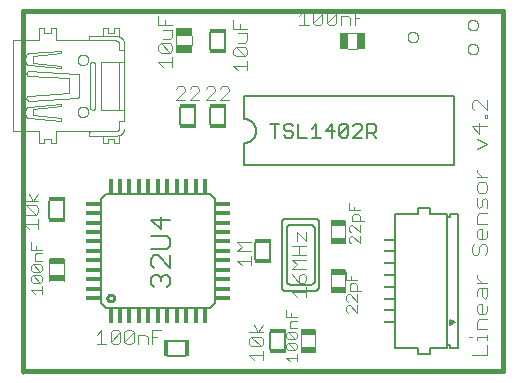
<source format=gto>
G75*
%MOIN*%
%OFA0B0*%
%FSLAX25Y25*%
%IPPOS*%
%LPD*%
%AMOC8*
5,1,8,0,0,1.08239X$1,22.5*
%
%ADD10C,0.00000*%
%ADD11C,0.01600*%
%ADD12C,0.00400*%
%ADD13R,0.05118X0.01969*%
%ADD14C,0.00300*%
%ADD15C,0.00600*%
%ADD16R,0.05600X0.01400*%
%ADD17R,0.01400X0.05600*%
%ADD18C,0.00800*%
%ADD19C,0.01000*%
%ADD20R,0.01574X0.04528*%
%ADD21R,0.01575X0.04528*%
%ADD22R,0.01575X0.04528*%
%ADD23R,0.04528X0.01574*%
%ADD24R,0.04528X0.01575*%
%ADD25R,0.04528X0.01575*%
%ADD26C,0.00500*%
%ADD27R,0.05709X0.02953*%
%ADD28R,0.02953X0.05709*%
%ADD29R,0.03346X0.00787*%
D10*
X0004500Y0001000D02*
X0004500Y0002000D01*
X0022728Y0088339D02*
X0022730Y0088423D01*
X0022736Y0088506D01*
X0022746Y0088589D01*
X0022760Y0088672D01*
X0022777Y0088754D01*
X0022799Y0088835D01*
X0022824Y0088914D01*
X0022853Y0088993D01*
X0022886Y0089070D01*
X0022922Y0089145D01*
X0022962Y0089219D01*
X0023005Y0089291D01*
X0023052Y0089360D01*
X0023102Y0089427D01*
X0023155Y0089492D01*
X0023211Y0089554D01*
X0023269Y0089614D01*
X0023331Y0089671D01*
X0023395Y0089724D01*
X0023462Y0089775D01*
X0023531Y0089822D01*
X0023602Y0089867D01*
X0023675Y0089907D01*
X0023750Y0089944D01*
X0023827Y0089978D01*
X0023905Y0090008D01*
X0023984Y0090034D01*
X0024065Y0090057D01*
X0024147Y0090075D01*
X0024229Y0090090D01*
X0024312Y0090101D01*
X0024395Y0090108D01*
X0024479Y0090111D01*
X0024563Y0090110D01*
X0024646Y0090105D01*
X0024730Y0090096D01*
X0024812Y0090083D01*
X0024894Y0090067D01*
X0024975Y0090046D01*
X0025056Y0090022D01*
X0025134Y0089994D01*
X0025212Y0089962D01*
X0025288Y0089926D01*
X0025362Y0089887D01*
X0025434Y0089845D01*
X0025504Y0089799D01*
X0025572Y0089750D01*
X0025637Y0089698D01*
X0025700Y0089643D01*
X0025760Y0089585D01*
X0025818Y0089524D01*
X0025872Y0089460D01*
X0025924Y0089394D01*
X0025972Y0089326D01*
X0026017Y0089255D01*
X0026058Y0089182D01*
X0026097Y0089108D01*
X0026131Y0089032D01*
X0026162Y0088954D01*
X0026189Y0088875D01*
X0026213Y0088794D01*
X0026232Y0088713D01*
X0026248Y0088631D01*
X0026260Y0088548D01*
X0026268Y0088464D01*
X0026272Y0088381D01*
X0026272Y0088297D01*
X0026268Y0088214D01*
X0026260Y0088130D01*
X0026248Y0088047D01*
X0026232Y0087965D01*
X0026213Y0087884D01*
X0026189Y0087803D01*
X0026162Y0087724D01*
X0026131Y0087646D01*
X0026097Y0087570D01*
X0026058Y0087496D01*
X0026017Y0087423D01*
X0025972Y0087352D01*
X0025924Y0087284D01*
X0025872Y0087218D01*
X0025818Y0087154D01*
X0025760Y0087093D01*
X0025700Y0087035D01*
X0025637Y0086980D01*
X0025572Y0086928D01*
X0025504Y0086879D01*
X0025434Y0086833D01*
X0025362Y0086791D01*
X0025288Y0086752D01*
X0025212Y0086716D01*
X0025134Y0086684D01*
X0025056Y0086656D01*
X0024975Y0086632D01*
X0024894Y0086611D01*
X0024812Y0086595D01*
X0024730Y0086582D01*
X0024646Y0086573D01*
X0024563Y0086568D01*
X0024479Y0086567D01*
X0024395Y0086570D01*
X0024312Y0086577D01*
X0024229Y0086588D01*
X0024147Y0086603D01*
X0024065Y0086621D01*
X0023984Y0086644D01*
X0023905Y0086670D01*
X0023827Y0086700D01*
X0023750Y0086734D01*
X0023675Y0086771D01*
X0023602Y0086811D01*
X0023531Y0086856D01*
X0023462Y0086903D01*
X0023395Y0086954D01*
X0023331Y0087007D01*
X0023269Y0087064D01*
X0023211Y0087124D01*
X0023155Y0087186D01*
X0023102Y0087251D01*
X0023052Y0087318D01*
X0023005Y0087387D01*
X0022962Y0087459D01*
X0022922Y0087533D01*
X0022886Y0087608D01*
X0022853Y0087685D01*
X0022824Y0087764D01*
X0022799Y0087843D01*
X0022777Y0087924D01*
X0022760Y0088006D01*
X0022746Y0088089D01*
X0022736Y0088172D01*
X0022730Y0088255D01*
X0022728Y0088339D01*
X0022728Y0105661D02*
X0022730Y0105745D01*
X0022736Y0105828D01*
X0022746Y0105911D01*
X0022760Y0105994D01*
X0022777Y0106076D01*
X0022799Y0106157D01*
X0022824Y0106236D01*
X0022853Y0106315D01*
X0022886Y0106392D01*
X0022922Y0106467D01*
X0022962Y0106541D01*
X0023005Y0106613D01*
X0023052Y0106682D01*
X0023102Y0106749D01*
X0023155Y0106814D01*
X0023211Y0106876D01*
X0023269Y0106936D01*
X0023331Y0106993D01*
X0023395Y0107046D01*
X0023462Y0107097D01*
X0023531Y0107144D01*
X0023602Y0107189D01*
X0023675Y0107229D01*
X0023750Y0107266D01*
X0023827Y0107300D01*
X0023905Y0107330D01*
X0023984Y0107356D01*
X0024065Y0107379D01*
X0024147Y0107397D01*
X0024229Y0107412D01*
X0024312Y0107423D01*
X0024395Y0107430D01*
X0024479Y0107433D01*
X0024563Y0107432D01*
X0024646Y0107427D01*
X0024730Y0107418D01*
X0024812Y0107405D01*
X0024894Y0107389D01*
X0024975Y0107368D01*
X0025056Y0107344D01*
X0025134Y0107316D01*
X0025212Y0107284D01*
X0025288Y0107248D01*
X0025362Y0107209D01*
X0025434Y0107167D01*
X0025504Y0107121D01*
X0025572Y0107072D01*
X0025637Y0107020D01*
X0025700Y0106965D01*
X0025760Y0106907D01*
X0025818Y0106846D01*
X0025872Y0106782D01*
X0025924Y0106716D01*
X0025972Y0106648D01*
X0026017Y0106577D01*
X0026058Y0106504D01*
X0026097Y0106430D01*
X0026131Y0106354D01*
X0026162Y0106276D01*
X0026189Y0106197D01*
X0026213Y0106116D01*
X0026232Y0106035D01*
X0026248Y0105953D01*
X0026260Y0105870D01*
X0026268Y0105786D01*
X0026272Y0105703D01*
X0026272Y0105619D01*
X0026268Y0105536D01*
X0026260Y0105452D01*
X0026248Y0105369D01*
X0026232Y0105287D01*
X0026213Y0105206D01*
X0026189Y0105125D01*
X0026162Y0105046D01*
X0026131Y0104968D01*
X0026097Y0104892D01*
X0026058Y0104818D01*
X0026017Y0104745D01*
X0025972Y0104674D01*
X0025924Y0104606D01*
X0025872Y0104540D01*
X0025818Y0104476D01*
X0025760Y0104415D01*
X0025700Y0104357D01*
X0025637Y0104302D01*
X0025572Y0104250D01*
X0025504Y0104201D01*
X0025434Y0104155D01*
X0025362Y0104113D01*
X0025288Y0104074D01*
X0025212Y0104038D01*
X0025134Y0104006D01*
X0025056Y0103978D01*
X0024975Y0103954D01*
X0024894Y0103933D01*
X0024812Y0103917D01*
X0024730Y0103904D01*
X0024646Y0103895D01*
X0024563Y0103890D01*
X0024479Y0103889D01*
X0024395Y0103892D01*
X0024312Y0103899D01*
X0024229Y0103910D01*
X0024147Y0103925D01*
X0024065Y0103943D01*
X0023984Y0103966D01*
X0023905Y0103992D01*
X0023827Y0104022D01*
X0023750Y0104056D01*
X0023675Y0104093D01*
X0023602Y0104133D01*
X0023531Y0104178D01*
X0023462Y0104225D01*
X0023395Y0104276D01*
X0023331Y0104329D01*
X0023269Y0104386D01*
X0023211Y0104446D01*
X0023155Y0104508D01*
X0023102Y0104573D01*
X0023052Y0104640D01*
X0023005Y0104709D01*
X0022962Y0104781D01*
X0022922Y0104855D01*
X0022886Y0104930D01*
X0022853Y0105007D01*
X0022824Y0105086D01*
X0022799Y0105165D01*
X0022777Y0105246D01*
X0022760Y0105328D01*
X0022746Y0105411D01*
X0022736Y0105494D01*
X0022730Y0105577D01*
X0022728Y0105661D01*
X0132750Y0113250D02*
X0132752Y0113333D01*
X0132758Y0113416D01*
X0132768Y0113499D01*
X0132782Y0113581D01*
X0132799Y0113663D01*
X0132821Y0113743D01*
X0132846Y0113822D01*
X0132875Y0113900D01*
X0132908Y0113977D01*
X0132945Y0114052D01*
X0132984Y0114125D01*
X0133028Y0114196D01*
X0133074Y0114265D01*
X0133124Y0114332D01*
X0133177Y0114396D01*
X0133233Y0114458D01*
X0133292Y0114517D01*
X0133354Y0114573D01*
X0133418Y0114626D01*
X0133485Y0114676D01*
X0133554Y0114722D01*
X0133625Y0114766D01*
X0133698Y0114805D01*
X0133773Y0114842D01*
X0133850Y0114875D01*
X0133928Y0114904D01*
X0134007Y0114929D01*
X0134087Y0114951D01*
X0134169Y0114968D01*
X0134251Y0114982D01*
X0134334Y0114992D01*
X0134417Y0114998D01*
X0134500Y0115000D01*
X0134583Y0114998D01*
X0134666Y0114992D01*
X0134749Y0114982D01*
X0134831Y0114968D01*
X0134913Y0114951D01*
X0134993Y0114929D01*
X0135072Y0114904D01*
X0135150Y0114875D01*
X0135227Y0114842D01*
X0135302Y0114805D01*
X0135375Y0114766D01*
X0135446Y0114722D01*
X0135515Y0114676D01*
X0135582Y0114626D01*
X0135646Y0114573D01*
X0135708Y0114517D01*
X0135767Y0114458D01*
X0135823Y0114396D01*
X0135876Y0114332D01*
X0135926Y0114265D01*
X0135972Y0114196D01*
X0136016Y0114125D01*
X0136055Y0114052D01*
X0136092Y0113977D01*
X0136125Y0113900D01*
X0136154Y0113822D01*
X0136179Y0113743D01*
X0136201Y0113663D01*
X0136218Y0113581D01*
X0136232Y0113499D01*
X0136242Y0113416D01*
X0136248Y0113333D01*
X0136250Y0113250D01*
X0136248Y0113167D01*
X0136242Y0113084D01*
X0136232Y0113001D01*
X0136218Y0112919D01*
X0136201Y0112837D01*
X0136179Y0112757D01*
X0136154Y0112678D01*
X0136125Y0112600D01*
X0136092Y0112523D01*
X0136055Y0112448D01*
X0136016Y0112375D01*
X0135972Y0112304D01*
X0135926Y0112235D01*
X0135876Y0112168D01*
X0135823Y0112104D01*
X0135767Y0112042D01*
X0135708Y0111983D01*
X0135646Y0111927D01*
X0135582Y0111874D01*
X0135515Y0111824D01*
X0135446Y0111778D01*
X0135375Y0111734D01*
X0135302Y0111695D01*
X0135227Y0111658D01*
X0135150Y0111625D01*
X0135072Y0111596D01*
X0134993Y0111571D01*
X0134913Y0111549D01*
X0134831Y0111532D01*
X0134749Y0111518D01*
X0134666Y0111508D01*
X0134583Y0111502D01*
X0134500Y0111500D01*
X0134417Y0111502D01*
X0134334Y0111508D01*
X0134251Y0111518D01*
X0134169Y0111532D01*
X0134087Y0111549D01*
X0134007Y0111571D01*
X0133928Y0111596D01*
X0133850Y0111625D01*
X0133773Y0111658D01*
X0133698Y0111695D01*
X0133625Y0111734D01*
X0133554Y0111778D01*
X0133485Y0111824D01*
X0133418Y0111874D01*
X0133354Y0111927D01*
X0133292Y0111983D01*
X0133233Y0112042D01*
X0133177Y0112104D01*
X0133124Y0112168D01*
X0133074Y0112235D01*
X0133028Y0112304D01*
X0132984Y0112375D01*
X0132945Y0112448D01*
X0132908Y0112523D01*
X0132875Y0112600D01*
X0132846Y0112678D01*
X0132821Y0112757D01*
X0132799Y0112837D01*
X0132782Y0112919D01*
X0132768Y0113001D01*
X0132758Y0113084D01*
X0132752Y0113167D01*
X0132750Y0113250D01*
X0152750Y0109250D02*
X0152752Y0109333D01*
X0152758Y0109416D01*
X0152768Y0109499D01*
X0152782Y0109581D01*
X0152799Y0109663D01*
X0152821Y0109743D01*
X0152846Y0109822D01*
X0152875Y0109900D01*
X0152908Y0109977D01*
X0152945Y0110052D01*
X0152984Y0110125D01*
X0153028Y0110196D01*
X0153074Y0110265D01*
X0153124Y0110332D01*
X0153177Y0110396D01*
X0153233Y0110458D01*
X0153292Y0110517D01*
X0153354Y0110573D01*
X0153418Y0110626D01*
X0153485Y0110676D01*
X0153554Y0110722D01*
X0153625Y0110766D01*
X0153698Y0110805D01*
X0153773Y0110842D01*
X0153850Y0110875D01*
X0153928Y0110904D01*
X0154007Y0110929D01*
X0154087Y0110951D01*
X0154169Y0110968D01*
X0154251Y0110982D01*
X0154334Y0110992D01*
X0154417Y0110998D01*
X0154500Y0111000D01*
X0154583Y0110998D01*
X0154666Y0110992D01*
X0154749Y0110982D01*
X0154831Y0110968D01*
X0154913Y0110951D01*
X0154993Y0110929D01*
X0155072Y0110904D01*
X0155150Y0110875D01*
X0155227Y0110842D01*
X0155302Y0110805D01*
X0155375Y0110766D01*
X0155446Y0110722D01*
X0155515Y0110676D01*
X0155582Y0110626D01*
X0155646Y0110573D01*
X0155708Y0110517D01*
X0155767Y0110458D01*
X0155823Y0110396D01*
X0155876Y0110332D01*
X0155926Y0110265D01*
X0155972Y0110196D01*
X0156016Y0110125D01*
X0156055Y0110052D01*
X0156092Y0109977D01*
X0156125Y0109900D01*
X0156154Y0109822D01*
X0156179Y0109743D01*
X0156201Y0109663D01*
X0156218Y0109581D01*
X0156232Y0109499D01*
X0156242Y0109416D01*
X0156248Y0109333D01*
X0156250Y0109250D01*
X0156248Y0109167D01*
X0156242Y0109084D01*
X0156232Y0109001D01*
X0156218Y0108919D01*
X0156201Y0108837D01*
X0156179Y0108757D01*
X0156154Y0108678D01*
X0156125Y0108600D01*
X0156092Y0108523D01*
X0156055Y0108448D01*
X0156016Y0108375D01*
X0155972Y0108304D01*
X0155926Y0108235D01*
X0155876Y0108168D01*
X0155823Y0108104D01*
X0155767Y0108042D01*
X0155708Y0107983D01*
X0155646Y0107927D01*
X0155582Y0107874D01*
X0155515Y0107824D01*
X0155446Y0107778D01*
X0155375Y0107734D01*
X0155302Y0107695D01*
X0155227Y0107658D01*
X0155150Y0107625D01*
X0155072Y0107596D01*
X0154993Y0107571D01*
X0154913Y0107549D01*
X0154831Y0107532D01*
X0154749Y0107518D01*
X0154666Y0107508D01*
X0154583Y0107502D01*
X0154500Y0107500D01*
X0154417Y0107502D01*
X0154334Y0107508D01*
X0154251Y0107518D01*
X0154169Y0107532D01*
X0154087Y0107549D01*
X0154007Y0107571D01*
X0153928Y0107596D01*
X0153850Y0107625D01*
X0153773Y0107658D01*
X0153698Y0107695D01*
X0153625Y0107734D01*
X0153554Y0107778D01*
X0153485Y0107824D01*
X0153418Y0107874D01*
X0153354Y0107927D01*
X0153292Y0107983D01*
X0153233Y0108042D01*
X0153177Y0108104D01*
X0153124Y0108168D01*
X0153074Y0108235D01*
X0153028Y0108304D01*
X0152984Y0108375D01*
X0152945Y0108448D01*
X0152908Y0108523D01*
X0152875Y0108600D01*
X0152846Y0108678D01*
X0152821Y0108757D01*
X0152799Y0108837D01*
X0152782Y0108919D01*
X0152768Y0109001D01*
X0152758Y0109084D01*
X0152752Y0109167D01*
X0152750Y0109250D01*
X0152750Y0117250D02*
X0152752Y0117333D01*
X0152758Y0117416D01*
X0152768Y0117499D01*
X0152782Y0117581D01*
X0152799Y0117663D01*
X0152821Y0117743D01*
X0152846Y0117822D01*
X0152875Y0117900D01*
X0152908Y0117977D01*
X0152945Y0118052D01*
X0152984Y0118125D01*
X0153028Y0118196D01*
X0153074Y0118265D01*
X0153124Y0118332D01*
X0153177Y0118396D01*
X0153233Y0118458D01*
X0153292Y0118517D01*
X0153354Y0118573D01*
X0153418Y0118626D01*
X0153485Y0118676D01*
X0153554Y0118722D01*
X0153625Y0118766D01*
X0153698Y0118805D01*
X0153773Y0118842D01*
X0153850Y0118875D01*
X0153928Y0118904D01*
X0154007Y0118929D01*
X0154087Y0118951D01*
X0154169Y0118968D01*
X0154251Y0118982D01*
X0154334Y0118992D01*
X0154417Y0118998D01*
X0154500Y0119000D01*
X0154583Y0118998D01*
X0154666Y0118992D01*
X0154749Y0118982D01*
X0154831Y0118968D01*
X0154913Y0118951D01*
X0154993Y0118929D01*
X0155072Y0118904D01*
X0155150Y0118875D01*
X0155227Y0118842D01*
X0155302Y0118805D01*
X0155375Y0118766D01*
X0155446Y0118722D01*
X0155515Y0118676D01*
X0155582Y0118626D01*
X0155646Y0118573D01*
X0155708Y0118517D01*
X0155767Y0118458D01*
X0155823Y0118396D01*
X0155876Y0118332D01*
X0155926Y0118265D01*
X0155972Y0118196D01*
X0156016Y0118125D01*
X0156055Y0118052D01*
X0156092Y0117977D01*
X0156125Y0117900D01*
X0156154Y0117822D01*
X0156179Y0117743D01*
X0156201Y0117663D01*
X0156218Y0117581D01*
X0156232Y0117499D01*
X0156242Y0117416D01*
X0156248Y0117333D01*
X0156250Y0117250D01*
X0156248Y0117167D01*
X0156242Y0117084D01*
X0156232Y0117001D01*
X0156218Y0116919D01*
X0156201Y0116837D01*
X0156179Y0116757D01*
X0156154Y0116678D01*
X0156125Y0116600D01*
X0156092Y0116523D01*
X0156055Y0116448D01*
X0156016Y0116375D01*
X0155972Y0116304D01*
X0155926Y0116235D01*
X0155876Y0116168D01*
X0155823Y0116104D01*
X0155767Y0116042D01*
X0155708Y0115983D01*
X0155646Y0115927D01*
X0155582Y0115874D01*
X0155515Y0115824D01*
X0155446Y0115778D01*
X0155375Y0115734D01*
X0155302Y0115695D01*
X0155227Y0115658D01*
X0155150Y0115625D01*
X0155072Y0115596D01*
X0154993Y0115571D01*
X0154913Y0115549D01*
X0154831Y0115532D01*
X0154749Y0115518D01*
X0154666Y0115508D01*
X0154583Y0115502D01*
X0154500Y0115500D01*
X0154417Y0115502D01*
X0154334Y0115508D01*
X0154251Y0115518D01*
X0154169Y0115532D01*
X0154087Y0115549D01*
X0154007Y0115571D01*
X0153928Y0115596D01*
X0153850Y0115625D01*
X0153773Y0115658D01*
X0153698Y0115695D01*
X0153625Y0115734D01*
X0153554Y0115778D01*
X0153485Y0115824D01*
X0153418Y0115874D01*
X0153354Y0115927D01*
X0153292Y0115983D01*
X0153233Y0116042D01*
X0153177Y0116104D01*
X0153124Y0116168D01*
X0153074Y0116235D01*
X0153028Y0116304D01*
X0152984Y0116375D01*
X0152945Y0116448D01*
X0152908Y0116523D01*
X0152875Y0116600D01*
X0152846Y0116678D01*
X0152821Y0116757D01*
X0152799Y0116837D01*
X0152782Y0116919D01*
X0152768Y0117001D01*
X0152758Y0117084D01*
X0152752Y0117167D01*
X0152750Y0117250D01*
D11*
X0164500Y0122000D02*
X0164500Y0002000D01*
X0004500Y0002000D01*
X0004500Y0122000D01*
X0164500Y0122000D01*
D12*
X0118165Y0121804D02*
X0115096Y0121804D01*
X0115096Y0117200D01*
X0113561Y0117200D02*
X0113561Y0119502D01*
X0112794Y0120269D01*
X0110492Y0120269D01*
X0110492Y0117200D01*
X0108957Y0117967D02*
X0108190Y0117200D01*
X0106655Y0117200D01*
X0105888Y0117967D01*
X0108957Y0121037D01*
X0108957Y0117967D01*
X0108957Y0121037D02*
X0108190Y0121804D01*
X0106655Y0121804D01*
X0105888Y0121037D01*
X0105888Y0117967D01*
X0104354Y0117967D02*
X0103586Y0117200D01*
X0102052Y0117200D01*
X0101284Y0117967D01*
X0104354Y0121037D01*
X0104354Y0117967D01*
X0104354Y0121037D02*
X0103586Y0121804D01*
X0102052Y0121804D01*
X0101284Y0121037D01*
X0101284Y0117967D01*
X0099750Y0117200D02*
X0096680Y0117200D01*
X0098215Y0117200D02*
X0098215Y0121804D01*
X0096680Y0120269D01*
X0113000Y0114598D02*
X0115902Y0114598D01*
X0116631Y0119502D02*
X0115096Y0119502D01*
X0116000Y0109402D02*
X0113000Y0109402D01*
X0079300Y0109106D02*
X0079300Y0107571D01*
X0078533Y0106804D01*
X0075463Y0109873D01*
X0078533Y0109873D01*
X0079300Y0109106D01*
X0078533Y0111408D02*
X0076231Y0111408D01*
X0075463Y0109873D02*
X0074696Y0109106D01*
X0074696Y0107571D01*
X0075463Y0106804D01*
X0078533Y0106804D01*
X0079300Y0105269D02*
X0079300Y0102200D01*
X0079300Y0103735D02*
X0074696Y0103735D01*
X0076231Y0102200D01*
X0072398Y0096804D02*
X0070863Y0096804D01*
X0070096Y0096037D01*
X0068561Y0096037D02*
X0067794Y0096804D01*
X0066259Y0096804D01*
X0065492Y0096037D01*
X0063165Y0096037D02*
X0062398Y0096804D01*
X0060863Y0096804D01*
X0060096Y0096037D01*
X0058561Y0096037D02*
X0057794Y0096804D01*
X0056259Y0096804D01*
X0055492Y0096037D01*
X0058561Y0096037D02*
X0058561Y0095269D01*
X0055492Y0092200D01*
X0058561Y0092200D01*
X0060096Y0092200D02*
X0063165Y0095269D01*
X0063165Y0096037D01*
X0063165Y0092200D02*
X0060096Y0092200D01*
X0065492Y0092200D02*
X0068561Y0095269D01*
X0068561Y0096037D01*
X0072398Y0096804D02*
X0073165Y0096037D01*
X0073165Y0095269D01*
X0070096Y0092200D01*
X0073165Y0092200D01*
X0068561Y0092200D02*
X0065492Y0092200D01*
X0054300Y0103450D02*
X0054300Y0106519D01*
X0054300Y0104985D02*
X0049696Y0104985D01*
X0051231Y0103450D01*
X0050463Y0108054D02*
X0049696Y0108821D01*
X0049696Y0110356D01*
X0050463Y0111123D01*
X0053533Y0108054D01*
X0054300Y0108821D01*
X0054300Y0110356D01*
X0053533Y0111123D01*
X0050463Y0111123D01*
X0051231Y0112658D02*
X0053533Y0112658D01*
X0054300Y0113425D01*
X0054300Y0115727D01*
X0051231Y0115727D01*
X0051998Y0117262D02*
X0051998Y0118796D01*
X0049696Y0117262D02*
X0049696Y0120331D01*
X0049696Y0117262D02*
X0054300Y0117262D01*
X0055652Y0113500D02*
X0055652Y0110500D01*
X0053533Y0108054D02*
X0050463Y0108054D01*
X0060848Y0110598D02*
X0060848Y0113500D01*
X0074696Y0116012D02*
X0074696Y0119081D01*
X0076998Y0117546D02*
X0076998Y0116012D01*
X0076231Y0114477D02*
X0079300Y0114477D01*
X0079300Y0112175D01*
X0078533Y0111408D01*
X0079300Y0116012D02*
X0074696Y0116012D01*
X0038193Y0111307D02*
X0038193Y0085146D01*
X0038193Y0089030D01*
X0037989Y0089029D02*
X0030631Y0089029D01*
X0030631Y0089234D02*
X0030631Y0104972D01*
X0037989Y0104972D01*
X0038194Y0104971D02*
X0038194Y0108854D01*
X0037989Y0108854D02*
X0036558Y0108854D01*
X0036558Y0111103D01*
X0038193Y0111307D02*
X0038191Y0111400D01*
X0038185Y0111493D01*
X0038176Y0111585D01*
X0038162Y0111677D01*
X0038145Y0111768D01*
X0038124Y0111859D01*
X0038100Y0111948D01*
X0038071Y0112037D01*
X0038039Y0112124D01*
X0038004Y0112210D01*
X0037965Y0112294D01*
X0037922Y0112377D01*
X0037876Y0112458D01*
X0037827Y0112537D01*
X0037775Y0112613D01*
X0037719Y0112688D01*
X0037660Y0112760D01*
X0037599Y0112830D01*
X0037535Y0112897D01*
X0037468Y0112961D01*
X0037398Y0113022D01*
X0037326Y0113081D01*
X0037251Y0113137D01*
X0037175Y0113189D01*
X0037096Y0113238D01*
X0037015Y0113284D01*
X0036932Y0113327D01*
X0036848Y0113366D01*
X0036762Y0113401D01*
X0036675Y0113433D01*
X0036586Y0113462D01*
X0036497Y0113486D01*
X0036406Y0113507D01*
X0036315Y0113524D01*
X0036223Y0113538D01*
X0036131Y0113547D01*
X0036038Y0113553D01*
X0035945Y0113555D01*
X0026543Y0113555D01*
X0026543Y0112942D01*
X0026544Y0112942D02*
X0026546Y0112886D01*
X0026552Y0112831D01*
X0026561Y0112776D01*
X0026574Y0112722D01*
X0026591Y0112668D01*
X0026612Y0112617D01*
X0026636Y0112566D01*
X0026663Y0112517D01*
X0026694Y0112471D01*
X0026727Y0112426D01*
X0026764Y0112384D01*
X0026803Y0112345D01*
X0026845Y0112308D01*
X0026890Y0112275D01*
X0026936Y0112244D01*
X0026985Y0112217D01*
X0027036Y0112193D01*
X0027087Y0112172D01*
X0027141Y0112155D01*
X0027195Y0112142D01*
X0027250Y0112133D01*
X0027305Y0112127D01*
X0027361Y0112125D01*
X0027361Y0112124D02*
X0035536Y0112124D01*
X0035536Y0112125D02*
X0035598Y0112123D01*
X0035659Y0112118D01*
X0035720Y0112108D01*
X0035781Y0112095D01*
X0035840Y0112079D01*
X0035898Y0112059D01*
X0035955Y0112035D01*
X0036011Y0112008D01*
X0036065Y0111978D01*
X0036117Y0111944D01*
X0036166Y0111908D01*
X0036214Y0111868D01*
X0036259Y0111826D01*
X0036301Y0111781D01*
X0036341Y0111733D01*
X0036377Y0111684D01*
X0036411Y0111632D01*
X0036441Y0111578D01*
X0036468Y0111522D01*
X0036492Y0111465D01*
X0036512Y0111407D01*
X0036528Y0111348D01*
X0036541Y0111287D01*
X0036551Y0111226D01*
X0036556Y0111165D01*
X0036558Y0111103D01*
X0036558Y0113759D02*
X0036558Y0116212D01*
X0034923Y0116212D01*
X0034923Y0114577D01*
X0032879Y0114577D01*
X0032879Y0116212D01*
X0031244Y0116212D01*
X0031244Y0113759D01*
X0027361Y0112124D02*
X0018270Y0112124D01*
X0015408Y0112124D02*
X0027360Y0112124D01*
X0017346Y0108650D02*
X0017346Y0107832D01*
X0007944Y0106811D01*
X0007944Y0104767D01*
X0017346Y0103745D01*
X0017346Y0102927D01*
X0006514Y0103949D01*
X0006448Y0103956D01*
X0006383Y0103967D01*
X0006318Y0103981D01*
X0006255Y0103999D01*
X0006192Y0104021D01*
X0006131Y0104046D01*
X0006071Y0104074D01*
X0006013Y0104106D01*
X0005957Y0104142D01*
X0005903Y0104180D01*
X0005852Y0104221D01*
X0005803Y0104265D01*
X0005756Y0104312D01*
X0005712Y0104362D01*
X0005671Y0104414D01*
X0005633Y0104468D01*
X0005598Y0104524D01*
X0005567Y0104582D01*
X0005539Y0104642D01*
X0005514Y0104704D01*
X0005493Y0104766D01*
X0005493Y0107015D02*
X0005514Y0107077D01*
X0005539Y0107139D01*
X0005567Y0107199D01*
X0005598Y0107257D01*
X0005633Y0107313D01*
X0005671Y0107367D01*
X0005712Y0107419D01*
X0005756Y0107469D01*
X0005803Y0107516D01*
X0005852Y0107560D01*
X0005903Y0107601D01*
X0005957Y0107639D01*
X0006013Y0107675D01*
X0006071Y0107707D01*
X0006131Y0107735D01*
X0006192Y0107760D01*
X0006255Y0107782D01*
X0006318Y0107800D01*
X0006383Y0107814D01*
X0006448Y0107825D01*
X0006514Y0107832D01*
X0017346Y0108650D01*
X0015408Y0112124D02*
X0015408Y0116212D01*
X0013864Y0116212D01*
X0013864Y0114577D01*
X0011411Y0114577D01*
X0011411Y0116212D01*
X0009981Y0116212D01*
X0009981Y0112124D01*
X0001200Y0112124D01*
X0007119Y0112124D01*
X0001200Y0112124D02*
X0001200Y0081876D01*
X0001200Y0081876D01*
X0007120Y0081876D01*
X0009981Y0081876D02*
X0009981Y0077789D01*
X0011411Y0077789D01*
X0011411Y0079424D01*
X0013864Y0079424D01*
X0013864Y0077789D01*
X0015408Y0077789D01*
X0015408Y0081876D01*
X0035536Y0081876D01*
X0035945Y0080446D02*
X0036038Y0080448D01*
X0036130Y0080454D01*
X0036223Y0080463D01*
X0036315Y0080477D01*
X0036406Y0080494D01*
X0036497Y0080515D01*
X0036586Y0080539D01*
X0036675Y0080568D01*
X0036762Y0080600D01*
X0036848Y0080635D01*
X0036932Y0080674D01*
X0037015Y0080717D01*
X0037096Y0080763D01*
X0037174Y0080812D01*
X0037251Y0080864D01*
X0037326Y0080920D01*
X0037398Y0080979D01*
X0037468Y0081040D01*
X0037535Y0081104D01*
X0037599Y0081171D01*
X0037660Y0081241D01*
X0037719Y0081313D01*
X0037775Y0081388D01*
X0037827Y0081465D01*
X0037876Y0081543D01*
X0037922Y0081624D01*
X0037965Y0081707D01*
X0038004Y0081791D01*
X0038039Y0081877D01*
X0038071Y0081964D01*
X0038100Y0082053D01*
X0038124Y0082142D01*
X0038145Y0082233D01*
X0038162Y0082324D01*
X0038176Y0082416D01*
X0038185Y0082509D01*
X0038191Y0082601D01*
X0038193Y0082694D01*
X0036558Y0082898D02*
X0036558Y0085146D01*
X0037989Y0085146D01*
X0036558Y0082898D02*
X0036556Y0082837D01*
X0036551Y0082775D01*
X0036541Y0082714D01*
X0036528Y0082654D01*
X0036512Y0082594D01*
X0036492Y0082536D01*
X0036468Y0082479D01*
X0036441Y0082424D01*
X0036411Y0082370D01*
X0036377Y0082318D01*
X0036341Y0082268D01*
X0036301Y0082221D01*
X0036259Y0082176D01*
X0036214Y0082134D01*
X0036167Y0082094D01*
X0036117Y0082058D01*
X0036065Y0082024D01*
X0036011Y0081994D01*
X0035956Y0081967D01*
X0035899Y0081943D01*
X0035841Y0081923D01*
X0035781Y0081907D01*
X0035721Y0081894D01*
X0035660Y0081884D01*
X0035598Y0081879D01*
X0035537Y0081877D01*
X0035945Y0080446D02*
X0026543Y0080446D01*
X0026543Y0081059D01*
X0026544Y0081059D02*
X0026546Y0081115D01*
X0026552Y0081170D01*
X0026561Y0081225D01*
X0026574Y0081279D01*
X0026591Y0081333D01*
X0026612Y0081384D01*
X0026636Y0081435D01*
X0026663Y0081484D01*
X0026694Y0081530D01*
X0026727Y0081575D01*
X0026764Y0081617D01*
X0026803Y0081656D01*
X0026845Y0081693D01*
X0026890Y0081726D01*
X0026936Y0081757D01*
X0026985Y0081784D01*
X0027036Y0081808D01*
X0027087Y0081829D01*
X0027141Y0081846D01*
X0027195Y0081859D01*
X0027250Y0081868D01*
X0027305Y0081874D01*
X0027361Y0081876D01*
X0018269Y0081876D01*
X0017346Y0085351D02*
X0017346Y0086169D01*
X0007944Y0087190D01*
X0007944Y0089234D01*
X0017346Y0090256D01*
X0017346Y0091074D01*
X0006514Y0090052D01*
X0006514Y0090051D02*
X0006448Y0090044D01*
X0006383Y0090033D01*
X0006318Y0090019D01*
X0006255Y0090001D01*
X0006192Y0089979D01*
X0006131Y0089954D01*
X0006071Y0089926D01*
X0006013Y0089894D01*
X0005957Y0089858D01*
X0005903Y0089820D01*
X0005852Y0089779D01*
X0005803Y0089735D01*
X0005756Y0089688D01*
X0005712Y0089638D01*
X0005671Y0089586D01*
X0005633Y0089532D01*
X0005598Y0089476D01*
X0005567Y0089418D01*
X0005539Y0089358D01*
X0005514Y0089296D01*
X0005493Y0089234D01*
X0005493Y0086986D02*
X0005514Y0086924D01*
X0005539Y0086862D01*
X0005567Y0086802D01*
X0005598Y0086744D01*
X0005633Y0086688D01*
X0005671Y0086634D01*
X0005712Y0086582D01*
X0005756Y0086532D01*
X0005803Y0086485D01*
X0005852Y0086441D01*
X0005903Y0086400D01*
X0005957Y0086362D01*
X0006013Y0086326D01*
X0006071Y0086294D01*
X0006131Y0086266D01*
X0006192Y0086241D01*
X0006255Y0086219D01*
X0006318Y0086201D01*
X0006383Y0086187D01*
X0006448Y0086176D01*
X0006514Y0086169D01*
X0017346Y0085351D01*
X0009981Y0081876D02*
X0001200Y0081876D01*
X0005493Y0086986D02*
X0005459Y0087101D01*
X0005429Y0087218D01*
X0005403Y0087335D01*
X0005381Y0087453D01*
X0005362Y0087571D01*
X0005347Y0087691D01*
X0005336Y0087810D01*
X0005328Y0087930D01*
X0005324Y0088050D01*
X0005324Y0088170D01*
X0005328Y0088290D01*
X0005336Y0088410D01*
X0005347Y0088529D01*
X0005362Y0088649D01*
X0005381Y0088767D01*
X0005403Y0088885D01*
X0005429Y0089002D01*
X0005459Y0089119D01*
X0005493Y0089234D01*
X0006514Y0092096D02*
X0022456Y0092913D01*
X0022513Y0092918D01*
X0022570Y0092927D01*
X0022626Y0092940D01*
X0022681Y0092956D01*
X0022735Y0092976D01*
X0022787Y0093000D01*
X0022838Y0093026D01*
X0022887Y0093057D01*
X0022934Y0093090D01*
X0022979Y0093126D01*
X0023021Y0093166D01*
X0023060Y0093208D01*
X0023096Y0093252D01*
X0023130Y0093299D01*
X0023160Y0093348D01*
X0023187Y0093399D01*
X0023210Y0093451D01*
X0023230Y0093505D01*
X0023246Y0093561D01*
X0023259Y0093617D01*
X0023268Y0093674D01*
X0023273Y0093731D01*
X0023273Y0100270D01*
X0023274Y0100270D02*
X0023269Y0100327D01*
X0023260Y0100384D01*
X0023247Y0100440D01*
X0023231Y0100495D01*
X0023211Y0100549D01*
X0023188Y0100602D01*
X0023161Y0100653D01*
X0023131Y0100702D01*
X0023097Y0100749D01*
X0023061Y0100793D01*
X0023022Y0100835D01*
X0022979Y0100875D01*
X0022935Y0100911D01*
X0022888Y0100944D01*
X0022839Y0100975D01*
X0022788Y0101002D01*
X0022736Y0101025D01*
X0022682Y0101045D01*
X0022627Y0101061D01*
X0022570Y0101074D01*
X0022514Y0101083D01*
X0022456Y0101088D01*
X0006514Y0101905D01*
X0006458Y0101903D01*
X0006403Y0101897D01*
X0006348Y0101888D01*
X0006294Y0101875D01*
X0006240Y0101858D01*
X0006189Y0101837D01*
X0006138Y0101813D01*
X0006089Y0101786D01*
X0006043Y0101755D01*
X0005998Y0101722D01*
X0005956Y0101685D01*
X0005917Y0101646D01*
X0005880Y0101604D01*
X0005847Y0101559D01*
X0005816Y0101513D01*
X0005789Y0101464D01*
X0005765Y0101413D01*
X0005744Y0101362D01*
X0005727Y0101308D01*
X0005714Y0101254D01*
X0005705Y0101199D01*
X0005699Y0101144D01*
X0005697Y0101088D01*
X0005696Y0101088D02*
X0005696Y0101087D01*
X0005697Y0101087D02*
X0005699Y0101031D01*
X0005705Y0100976D01*
X0005714Y0100921D01*
X0005727Y0100867D01*
X0005744Y0100813D01*
X0005765Y0100762D01*
X0005789Y0100711D01*
X0005816Y0100662D01*
X0005847Y0100616D01*
X0005880Y0100571D01*
X0005917Y0100529D01*
X0005956Y0100490D01*
X0005998Y0100453D01*
X0006043Y0100420D01*
X0006089Y0100389D01*
X0006138Y0100362D01*
X0006189Y0100338D01*
X0006240Y0100317D01*
X0006294Y0100300D01*
X0006348Y0100287D01*
X0006403Y0100278D01*
X0006458Y0100272D01*
X0006514Y0100270D01*
X0020003Y0099453D01*
X0020003Y0099454D02*
X0020003Y0094548D01*
X0006514Y0093731D01*
X0006514Y0093730D02*
X0006458Y0093728D01*
X0006403Y0093722D01*
X0006348Y0093713D01*
X0006294Y0093700D01*
X0006240Y0093683D01*
X0006189Y0093662D01*
X0006138Y0093638D01*
X0006089Y0093611D01*
X0006043Y0093580D01*
X0005998Y0093547D01*
X0005956Y0093510D01*
X0005917Y0093471D01*
X0005880Y0093429D01*
X0005847Y0093384D01*
X0005816Y0093338D01*
X0005789Y0093289D01*
X0005765Y0093238D01*
X0005744Y0093187D01*
X0005727Y0093133D01*
X0005714Y0093079D01*
X0005705Y0093024D01*
X0005699Y0092969D01*
X0005697Y0092913D01*
X0005699Y0092857D01*
X0005705Y0092802D01*
X0005714Y0092747D01*
X0005727Y0092693D01*
X0005744Y0092639D01*
X0005765Y0092588D01*
X0005789Y0092537D01*
X0005816Y0092488D01*
X0005847Y0092442D01*
X0005880Y0092397D01*
X0005917Y0092355D01*
X0005956Y0092316D01*
X0005998Y0092279D01*
X0006043Y0092246D01*
X0006089Y0092215D01*
X0006138Y0092188D01*
X0006189Y0092164D01*
X0006240Y0092143D01*
X0006294Y0092126D01*
X0006348Y0092113D01*
X0006403Y0092104D01*
X0006458Y0092098D01*
X0006514Y0092096D01*
X0026748Y0090051D02*
X0026748Y0103949D01*
X0026750Y0104011D01*
X0026755Y0104073D01*
X0026765Y0104134D01*
X0026778Y0104194D01*
X0026794Y0104253D01*
X0026814Y0104312D01*
X0026838Y0104369D01*
X0026865Y0104424D01*
X0026895Y0104478D01*
X0026929Y0104530D01*
X0026966Y0104579D01*
X0027005Y0104627D01*
X0027047Y0104672D01*
X0027092Y0104714D01*
X0027140Y0104753D01*
X0027189Y0104790D01*
X0027241Y0104824D01*
X0027295Y0104854D01*
X0027350Y0104881D01*
X0027407Y0104905D01*
X0027466Y0104925D01*
X0027525Y0104941D01*
X0027585Y0104954D01*
X0027646Y0104964D01*
X0027708Y0104969D01*
X0027770Y0104971D01*
X0027769Y0104971D01*
X0027770Y0104971D02*
X0027825Y0104969D01*
X0027881Y0104963D01*
X0027936Y0104954D01*
X0027990Y0104941D01*
X0028043Y0104924D01*
X0028095Y0104903D01*
X0028146Y0104879D01*
X0028194Y0104852D01*
X0028241Y0104822D01*
X0028286Y0104788D01*
X0028328Y0104751D01*
X0028367Y0104712D01*
X0028404Y0104670D01*
X0028438Y0104625D01*
X0028468Y0104578D01*
X0028495Y0104530D01*
X0028519Y0104479D01*
X0028540Y0104427D01*
X0028557Y0104374D01*
X0028570Y0104320D01*
X0028579Y0104265D01*
X0028585Y0104209D01*
X0028587Y0104154D01*
X0028587Y0089847D01*
X0028585Y0089792D01*
X0028579Y0089736D01*
X0028570Y0089681D01*
X0028557Y0089627D01*
X0028540Y0089574D01*
X0028519Y0089522D01*
X0028495Y0089471D01*
X0028468Y0089423D01*
X0028438Y0089376D01*
X0028404Y0089331D01*
X0028367Y0089289D01*
X0028328Y0089250D01*
X0028286Y0089213D01*
X0028241Y0089179D01*
X0028194Y0089149D01*
X0028146Y0089122D01*
X0028095Y0089098D01*
X0028043Y0089077D01*
X0027990Y0089060D01*
X0027936Y0089047D01*
X0027881Y0089038D01*
X0027825Y0089032D01*
X0027770Y0089030D01*
X0027769Y0089030D02*
X0027707Y0089032D01*
X0027646Y0089038D01*
X0027585Y0089047D01*
X0027524Y0089060D01*
X0027465Y0089077D01*
X0027407Y0089097D01*
X0027350Y0089120D01*
X0027294Y0089147D01*
X0027240Y0089178D01*
X0027189Y0089211D01*
X0027139Y0089248D01*
X0027092Y0089287D01*
X0027047Y0089330D01*
X0027004Y0089375D01*
X0026965Y0089422D01*
X0026928Y0089472D01*
X0026895Y0089523D01*
X0026864Y0089577D01*
X0026837Y0089633D01*
X0026814Y0089690D01*
X0026794Y0089748D01*
X0026777Y0089807D01*
X0026764Y0089868D01*
X0026755Y0089929D01*
X0026749Y0089990D01*
X0026747Y0090052D01*
X0036558Y0089234D02*
X0036558Y0104767D01*
X0005493Y0104767D02*
X0005459Y0104882D01*
X0005429Y0104999D01*
X0005403Y0105116D01*
X0005381Y0105234D01*
X0005362Y0105352D01*
X0005347Y0105472D01*
X0005336Y0105591D01*
X0005328Y0105711D01*
X0005324Y0105831D01*
X0005324Y0105951D01*
X0005328Y0106071D01*
X0005336Y0106191D01*
X0005347Y0106310D01*
X0005362Y0106430D01*
X0005381Y0106548D01*
X0005403Y0106666D01*
X0005429Y0106783D01*
X0005459Y0106900D01*
X0005493Y0107015D01*
X0031244Y0080241D02*
X0031244Y0077789D01*
X0032879Y0077789D01*
X0032879Y0079424D01*
X0034923Y0079424D01*
X0034923Y0077789D01*
X0036558Y0077789D01*
X0036558Y0080241D01*
X0009550Y0060960D02*
X0008015Y0058658D01*
X0006481Y0060960D01*
X0004946Y0058658D02*
X0009550Y0058658D01*
X0008783Y0057123D02*
X0005713Y0057123D01*
X0008783Y0054054D01*
X0009550Y0054821D01*
X0009550Y0056356D01*
X0008783Y0057123D01*
X0005713Y0057123D02*
X0004946Y0056356D01*
X0004946Y0054821D01*
X0005713Y0054054D01*
X0008783Y0054054D01*
X0009550Y0052519D02*
X0009550Y0049450D01*
X0009550Y0050985D02*
X0004946Y0050985D01*
X0006481Y0049450D01*
X0013388Y0039392D02*
X0013388Y0032108D01*
X0018112Y0032108D02*
X0018112Y0039392D01*
X0030715Y0015554D02*
X0030715Y0010950D01*
X0029180Y0010950D02*
X0032250Y0010950D01*
X0033784Y0011717D02*
X0036854Y0014787D01*
X0036854Y0011717D01*
X0036086Y0010950D01*
X0034552Y0010950D01*
X0033784Y0011717D01*
X0033784Y0014787D01*
X0034552Y0015554D01*
X0036086Y0015554D01*
X0036854Y0014787D01*
X0038388Y0014787D02*
X0039155Y0015554D01*
X0040690Y0015554D01*
X0041457Y0014787D01*
X0038388Y0011717D01*
X0039155Y0010950D01*
X0040690Y0010950D01*
X0041457Y0011717D01*
X0041457Y0014787D01*
X0042992Y0014019D02*
X0045294Y0014019D01*
X0046061Y0013252D01*
X0046061Y0010950D01*
X0047596Y0010950D02*
X0047596Y0015554D01*
X0050665Y0015554D01*
X0049131Y0013252D02*
X0047596Y0013252D01*
X0042992Y0014019D02*
X0042992Y0010950D01*
X0038388Y0011717D02*
X0038388Y0014787D01*
X0030715Y0015554D02*
X0029180Y0014019D01*
X0075946Y0038735D02*
X0077481Y0037200D01*
X0075946Y0038735D02*
X0080550Y0038735D01*
X0080550Y0040269D02*
X0080550Y0037200D01*
X0080550Y0041804D02*
X0075946Y0041804D01*
X0077481Y0043339D01*
X0075946Y0044873D01*
X0080550Y0044873D01*
X0094342Y0043660D02*
X0098946Y0043660D01*
X0098946Y0045194D02*
X0098946Y0048264D01*
X0095876Y0048264D02*
X0098946Y0045194D01*
X0096644Y0043660D02*
X0096644Y0040591D01*
X0098946Y0040591D02*
X0094342Y0040591D01*
X0094342Y0039056D02*
X0098946Y0039056D01*
X0095876Y0037521D02*
X0094342Y0039056D01*
X0095876Y0037521D02*
X0094342Y0035987D01*
X0098946Y0035987D01*
X0098178Y0034452D02*
X0097411Y0034452D01*
X0096644Y0033685D01*
X0096644Y0031383D01*
X0098178Y0031383D01*
X0098946Y0032150D01*
X0098946Y0033685D01*
X0098178Y0034452D01*
X0095109Y0032917D02*
X0096644Y0031383D01*
X0095109Y0032917D02*
X0094342Y0034452D01*
X0098946Y0029848D02*
X0098946Y0026779D01*
X0098946Y0028313D02*
X0094342Y0028313D01*
X0095876Y0026779D01*
X0107138Y0028358D02*
X0107138Y0035642D01*
X0111862Y0035642D02*
X0111862Y0028358D01*
X0101862Y0015642D02*
X0101862Y0008358D01*
X0097138Y0008358D02*
X0097138Y0015642D01*
X0084550Y0014908D02*
X0079946Y0014908D01*
X0080713Y0013373D02*
X0083783Y0010304D01*
X0084550Y0011071D01*
X0084550Y0012606D01*
X0083783Y0013373D01*
X0080713Y0013373D01*
X0079946Y0012606D01*
X0079946Y0011071D01*
X0080713Y0010304D01*
X0083783Y0010304D01*
X0084550Y0008769D02*
X0084550Y0005700D01*
X0084550Y0007235D02*
X0079946Y0007235D01*
X0081481Y0005700D01*
X0083015Y0014908D02*
X0081481Y0017210D01*
X0083015Y0014908D02*
X0084550Y0017210D01*
X0095876Y0045194D02*
X0095876Y0048264D01*
X0107138Y0051892D02*
X0107138Y0044608D01*
X0111862Y0044608D02*
X0111862Y0051892D01*
X0154096Y0043319D02*
X0154096Y0041584D01*
X0154963Y0040717D01*
X0155830Y0040717D01*
X0156698Y0041584D01*
X0156698Y0043319D01*
X0157565Y0044186D01*
X0158433Y0044186D01*
X0159300Y0043319D01*
X0159300Y0041584D01*
X0158433Y0040717D01*
X0154963Y0044186D02*
X0154096Y0043319D01*
X0156698Y0045873D02*
X0155830Y0046740D01*
X0155830Y0048475D01*
X0156698Y0049343D01*
X0157565Y0049343D01*
X0157565Y0045873D01*
X0156698Y0045873D02*
X0158433Y0045873D01*
X0159300Y0046740D01*
X0159300Y0048475D01*
X0159300Y0051029D02*
X0155830Y0051029D01*
X0155830Y0053632D01*
X0156698Y0054499D01*
X0159300Y0054499D01*
X0159300Y0056186D02*
X0159300Y0058788D01*
X0158433Y0059655D01*
X0157565Y0058788D01*
X0157565Y0057053D01*
X0156698Y0056186D01*
X0155830Y0057053D01*
X0155830Y0059655D01*
X0156698Y0061342D02*
X0158433Y0061342D01*
X0159300Y0062210D01*
X0159300Y0063944D01*
X0158433Y0064812D01*
X0156698Y0064812D01*
X0155830Y0063944D01*
X0155830Y0062210D01*
X0156698Y0061342D01*
X0157565Y0066499D02*
X0155830Y0068233D01*
X0155830Y0069101D01*
X0155830Y0066499D02*
X0159300Y0066499D01*
X0155830Y0075952D02*
X0159300Y0077687D01*
X0155830Y0079422D01*
X0156698Y0081108D02*
X0156698Y0084578D01*
X0158433Y0086265D02*
X0158433Y0087132D01*
X0159300Y0087132D01*
X0159300Y0086265D01*
X0158433Y0086265D01*
X0159300Y0088843D02*
X0155830Y0092313D01*
X0154963Y0092313D01*
X0154096Y0091445D01*
X0154096Y0089710D01*
X0154963Y0088843D01*
X0159300Y0088843D02*
X0159300Y0092313D01*
X0159300Y0083711D02*
X0154096Y0083711D01*
X0156698Y0081108D01*
X0155830Y0033865D02*
X0155830Y0032998D01*
X0157565Y0031263D01*
X0157565Y0029576D02*
X0157565Y0026974D01*
X0158433Y0026107D01*
X0159300Y0026974D01*
X0159300Y0029576D01*
X0156698Y0029576D01*
X0155830Y0028709D01*
X0155830Y0026974D01*
X0156698Y0024420D02*
X0155830Y0023553D01*
X0155830Y0021818D01*
X0156698Y0020950D01*
X0158433Y0020950D01*
X0159300Y0021818D01*
X0159300Y0023553D01*
X0157565Y0024420D02*
X0157565Y0020950D01*
X0156698Y0019264D02*
X0155830Y0018396D01*
X0155830Y0015794D01*
X0159300Y0015794D01*
X0159300Y0014091D02*
X0159300Y0012356D01*
X0159300Y0013224D02*
X0155830Y0013224D01*
X0155830Y0012356D01*
X0154096Y0013224D02*
X0153228Y0013224D01*
X0154096Y0007200D02*
X0159300Y0007200D01*
X0159300Y0010670D01*
X0159300Y0019264D02*
X0156698Y0019264D01*
X0156698Y0024420D02*
X0157565Y0024420D01*
X0159300Y0031263D02*
X0155830Y0031263D01*
D13*
X0109500Y0029047D03*
X0109500Y0034953D03*
X0109500Y0045297D03*
X0109500Y0051203D03*
X0099500Y0014953D03*
X0099500Y0009047D03*
X0015750Y0032797D03*
X0015750Y0038703D03*
D14*
X0010870Y0038721D02*
X0008401Y0038721D01*
X0008401Y0040572D01*
X0009018Y0041189D01*
X0010870Y0041189D01*
X0010870Y0042404D02*
X0007167Y0042404D01*
X0007167Y0044873D01*
X0009018Y0043638D02*
X0009018Y0042404D01*
X0007784Y0037506D02*
X0010252Y0035038D01*
X0010870Y0035655D01*
X0010870Y0036889D01*
X0010252Y0037506D01*
X0007784Y0037506D01*
X0007167Y0036889D01*
X0007167Y0035655D01*
X0007784Y0035038D01*
X0010252Y0035038D01*
X0010252Y0033823D02*
X0010870Y0033206D01*
X0010870Y0031972D01*
X0010252Y0031354D01*
X0007784Y0033823D01*
X0010252Y0033823D01*
X0007784Y0033823D02*
X0007167Y0033206D01*
X0007167Y0031972D01*
X0007784Y0031354D01*
X0010252Y0031354D01*
X0010870Y0030140D02*
X0010870Y0027671D01*
X0010870Y0028906D02*
X0007167Y0028906D01*
X0008401Y0027671D01*
X0092167Y0022373D02*
X0092167Y0019904D01*
X0095870Y0019904D01*
X0095870Y0018689D02*
X0094018Y0018689D01*
X0093401Y0018072D01*
X0093401Y0016221D01*
X0095870Y0016221D01*
X0095252Y0015006D02*
X0092784Y0015006D01*
X0095252Y0012538D01*
X0095870Y0013155D01*
X0095870Y0014389D01*
X0095252Y0015006D01*
X0092784Y0015006D02*
X0092167Y0014389D01*
X0092167Y0013155D01*
X0092784Y0012538D01*
X0095252Y0012538D01*
X0095252Y0011323D02*
X0092784Y0011323D01*
X0095252Y0008854D01*
X0095870Y0009472D01*
X0095870Y0010706D01*
X0095252Y0011323D01*
X0092784Y0011323D02*
X0092167Y0010706D01*
X0092167Y0009472D01*
X0092784Y0008854D01*
X0095252Y0008854D01*
X0095870Y0007640D02*
X0095870Y0005171D01*
X0095870Y0006406D02*
X0092167Y0006406D01*
X0093401Y0005171D01*
X0094018Y0019904D02*
X0094018Y0021138D01*
X0112167Y0021972D02*
X0112784Y0021354D01*
X0112167Y0021972D02*
X0112167Y0023206D01*
X0112784Y0023823D01*
X0113401Y0023823D01*
X0115870Y0021354D01*
X0115870Y0023823D01*
X0115870Y0025038D02*
X0113401Y0027506D01*
X0112784Y0027506D01*
X0112167Y0026889D01*
X0112167Y0025655D01*
X0112784Y0025038D01*
X0115870Y0025038D02*
X0115870Y0027506D01*
X0115870Y0028721D02*
X0115870Y0030572D01*
X0115252Y0031189D01*
X0114018Y0031189D01*
X0113401Y0030572D01*
X0113401Y0028721D01*
X0117104Y0028721D01*
X0115870Y0032404D02*
X0112167Y0032404D01*
X0112167Y0034873D01*
X0114018Y0033638D02*
X0114018Y0032404D01*
X0113744Y0044463D02*
X0113127Y0045080D01*
X0113127Y0046315D01*
X0113744Y0046932D01*
X0114362Y0046932D01*
X0116830Y0044463D01*
X0116830Y0046932D01*
X0116830Y0048146D02*
X0114362Y0050615D01*
X0113744Y0050615D01*
X0113127Y0049998D01*
X0113127Y0048763D01*
X0113744Y0048146D01*
X0116830Y0048146D02*
X0116830Y0050615D01*
X0116830Y0051829D02*
X0116830Y0053681D01*
X0116213Y0054298D01*
X0114979Y0054298D01*
X0114362Y0053681D01*
X0114362Y0051829D01*
X0118065Y0051829D01*
X0116830Y0055512D02*
X0113127Y0055512D01*
X0113127Y0057981D01*
X0114979Y0056747D02*
X0114979Y0055512D01*
D15*
X0087000Y0044800D02*
X0087000Y0039200D01*
X0082000Y0039200D02*
X0082000Y0044800D01*
X0053669Y0043759D02*
X0053669Y0045894D01*
X0052601Y0046961D01*
X0047263Y0046961D01*
X0050466Y0049136D02*
X0050466Y0053407D01*
X0053669Y0052339D02*
X0047263Y0052339D01*
X0050466Y0049136D01*
X0053669Y0043759D02*
X0052601Y0042691D01*
X0047263Y0042691D01*
X0048331Y0040516D02*
X0047263Y0039448D01*
X0047263Y0037313D01*
X0048331Y0036245D01*
X0048331Y0034070D02*
X0049399Y0034070D01*
X0050466Y0033003D01*
X0051534Y0034070D01*
X0052601Y0034070D01*
X0053669Y0033003D01*
X0053669Y0030868D01*
X0052601Y0029800D01*
X0048331Y0029800D02*
X0047263Y0030868D01*
X0047263Y0033003D01*
X0048331Y0034070D01*
X0050466Y0033003D02*
X0050466Y0031935D01*
X0053669Y0036245D02*
X0049399Y0040516D01*
X0048331Y0040516D01*
X0053669Y0040516D02*
X0053669Y0036245D01*
X0087000Y0014800D02*
X0087000Y0009200D01*
X0092000Y0009200D02*
X0092000Y0014800D01*
X0058550Y0012000D02*
X0052950Y0012000D01*
X0052950Y0007000D02*
X0058550Y0007000D01*
X0018250Y0052950D02*
X0018250Y0058550D01*
X0013250Y0058550D02*
X0013250Y0052950D01*
X0057000Y0084200D02*
X0057000Y0089800D01*
X0062000Y0089800D02*
X0062000Y0084200D01*
X0067000Y0084200D02*
X0067000Y0089800D01*
X0072000Y0089800D02*
X0072000Y0084200D01*
X0078250Y0086000D02*
X0078250Y0093500D01*
X0148250Y0093500D01*
X0148250Y0070500D01*
X0078250Y0070500D01*
X0078250Y0078000D01*
X0078376Y0078002D01*
X0078501Y0078008D01*
X0078626Y0078018D01*
X0078751Y0078032D01*
X0078876Y0078049D01*
X0079000Y0078071D01*
X0079123Y0078096D01*
X0079245Y0078126D01*
X0079366Y0078159D01*
X0079486Y0078196D01*
X0079605Y0078236D01*
X0079722Y0078281D01*
X0079839Y0078329D01*
X0079953Y0078381D01*
X0080066Y0078436D01*
X0080177Y0078495D01*
X0080286Y0078557D01*
X0080393Y0078623D01*
X0080498Y0078692D01*
X0080601Y0078764D01*
X0080702Y0078839D01*
X0080800Y0078918D01*
X0080895Y0079000D01*
X0080988Y0079084D01*
X0081078Y0079172D01*
X0081166Y0079262D01*
X0081250Y0079355D01*
X0081332Y0079450D01*
X0081411Y0079548D01*
X0081486Y0079649D01*
X0081558Y0079752D01*
X0081627Y0079857D01*
X0081693Y0079964D01*
X0081755Y0080073D01*
X0081814Y0080184D01*
X0081869Y0080297D01*
X0081921Y0080411D01*
X0081969Y0080528D01*
X0082014Y0080645D01*
X0082054Y0080764D01*
X0082091Y0080884D01*
X0082124Y0081005D01*
X0082154Y0081127D01*
X0082179Y0081250D01*
X0082201Y0081374D01*
X0082218Y0081499D01*
X0082232Y0081624D01*
X0082242Y0081749D01*
X0082248Y0081874D01*
X0082250Y0082000D01*
X0082248Y0082126D01*
X0082242Y0082251D01*
X0082232Y0082376D01*
X0082218Y0082501D01*
X0082201Y0082626D01*
X0082179Y0082750D01*
X0082154Y0082873D01*
X0082124Y0082995D01*
X0082091Y0083116D01*
X0082054Y0083236D01*
X0082014Y0083355D01*
X0081969Y0083472D01*
X0081921Y0083589D01*
X0081869Y0083703D01*
X0081814Y0083816D01*
X0081755Y0083927D01*
X0081693Y0084036D01*
X0081627Y0084143D01*
X0081558Y0084248D01*
X0081486Y0084351D01*
X0081411Y0084452D01*
X0081332Y0084550D01*
X0081250Y0084645D01*
X0081166Y0084738D01*
X0081078Y0084828D01*
X0080988Y0084916D01*
X0080895Y0085000D01*
X0080800Y0085082D01*
X0080702Y0085161D01*
X0080601Y0085236D01*
X0080498Y0085308D01*
X0080393Y0085377D01*
X0080286Y0085443D01*
X0080177Y0085505D01*
X0080066Y0085564D01*
X0079953Y0085619D01*
X0079839Y0085671D01*
X0079722Y0085719D01*
X0079605Y0085764D01*
X0079486Y0085804D01*
X0079366Y0085841D01*
X0079245Y0085874D01*
X0079123Y0085904D01*
X0079000Y0085929D01*
X0078876Y0085951D01*
X0078751Y0085968D01*
X0078626Y0085982D01*
X0078501Y0085992D01*
X0078376Y0085998D01*
X0078250Y0086000D01*
X0072000Y0109200D02*
X0072000Y0114800D01*
X0067000Y0114800D02*
X0067000Y0109200D01*
D16*
X0069500Y0108600D03*
X0069500Y0115400D03*
X0069500Y0090400D03*
X0059500Y0090400D03*
X0059500Y0083600D03*
X0069500Y0083600D03*
X0015750Y0059150D03*
X0015750Y0052350D03*
X0084500Y0045400D03*
X0084500Y0038600D03*
X0089500Y0015400D03*
X0089500Y0008600D03*
D17*
X0059150Y0009500D03*
X0052350Y0009500D03*
D18*
X0066823Y0023102D02*
X0032177Y0023102D01*
X0030602Y0024677D01*
X0030602Y0059323D01*
X0032177Y0060898D01*
X0066823Y0060898D01*
X0068398Y0059323D01*
X0068398Y0024677D01*
X0066823Y0023102D01*
X0128407Y0016252D02*
X0128407Y0009559D01*
X0132344Y0009559D01*
X0128407Y0009559D02*
X0136281Y0009559D01*
X0136281Y0007591D01*
X0140219Y0007591D01*
X0140219Y0009559D01*
X0145730Y0009559D01*
X0144156Y0009559D01*
X0145730Y0009559D02*
X0145730Y0010740D01*
X0145730Y0053260D01*
X0145730Y0054441D01*
X0144156Y0054441D01*
X0145730Y0054441D02*
X0140219Y0054441D01*
X0140219Y0056409D01*
X0136281Y0056409D01*
X0136281Y0054441D01*
X0128407Y0054441D01*
X0128407Y0047748D01*
X0128407Y0054441D02*
X0132344Y0054441D01*
X0128407Y0054441D02*
X0128407Y0009559D01*
X0145730Y0010740D02*
X0146911Y0010740D01*
X0146911Y0009559D01*
X0149667Y0009559D01*
X0149667Y0054441D01*
X0146911Y0054441D01*
X0146911Y0053260D01*
X0145730Y0053260D01*
X0146911Y0019008D02*
X0146911Y0017433D01*
X0148486Y0018220D01*
X0146911Y0019008D01*
X0146911Y0018769D02*
X0147390Y0018769D01*
X0146911Y0017970D02*
X0147986Y0017970D01*
D19*
X0032639Y0026252D02*
X0032641Y0026319D01*
X0032647Y0026385D01*
X0032657Y0026451D01*
X0032671Y0026516D01*
X0032688Y0026580D01*
X0032710Y0026643D01*
X0032735Y0026705D01*
X0032764Y0026765D01*
X0032797Y0026823D01*
X0032832Y0026879D01*
X0032872Y0026933D01*
X0032914Y0026984D01*
X0032959Y0027033D01*
X0033007Y0027079D01*
X0033058Y0027122D01*
X0033111Y0027162D01*
X0033167Y0027199D01*
X0033225Y0027232D01*
X0033284Y0027262D01*
X0033345Y0027288D01*
X0033408Y0027311D01*
X0033472Y0027329D01*
X0033537Y0027344D01*
X0033603Y0027355D01*
X0033669Y0027362D01*
X0033735Y0027365D01*
X0033802Y0027364D01*
X0033868Y0027359D01*
X0033934Y0027350D01*
X0034000Y0027337D01*
X0034064Y0027320D01*
X0034127Y0027300D01*
X0034189Y0027275D01*
X0034250Y0027247D01*
X0034309Y0027216D01*
X0034365Y0027181D01*
X0034420Y0027143D01*
X0034472Y0027101D01*
X0034521Y0027056D01*
X0034568Y0027009D01*
X0034612Y0026959D01*
X0034652Y0026906D01*
X0034690Y0026851D01*
X0034724Y0026794D01*
X0034755Y0026735D01*
X0034782Y0026674D01*
X0034805Y0026612D01*
X0034825Y0026548D01*
X0034841Y0026483D01*
X0034853Y0026418D01*
X0034861Y0026352D01*
X0034865Y0026285D01*
X0034865Y0026219D01*
X0034861Y0026152D01*
X0034853Y0026086D01*
X0034841Y0026021D01*
X0034825Y0025956D01*
X0034805Y0025892D01*
X0034782Y0025830D01*
X0034755Y0025769D01*
X0034724Y0025710D01*
X0034690Y0025653D01*
X0034652Y0025598D01*
X0034612Y0025545D01*
X0034568Y0025495D01*
X0034521Y0025448D01*
X0034472Y0025403D01*
X0034420Y0025361D01*
X0034365Y0025323D01*
X0034308Y0025288D01*
X0034250Y0025257D01*
X0034189Y0025229D01*
X0034127Y0025204D01*
X0034064Y0025184D01*
X0034000Y0025167D01*
X0033934Y0025154D01*
X0033868Y0025145D01*
X0033802Y0025140D01*
X0033735Y0025139D01*
X0033669Y0025142D01*
X0033603Y0025149D01*
X0033537Y0025160D01*
X0033472Y0025175D01*
X0033408Y0025193D01*
X0033345Y0025216D01*
X0033284Y0025242D01*
X0033225Y0025272D01*
X0033167Y0025305D01*
X0033111Y0025342D01*
X0033058Y0025382D01*
X0033007Y0025425D01*
X0032959Y0025471D01*
X0032914Y0025520D01*
X0032872Y0025571D01*
X0032832Y0025625D01*
X0032797Y0025681D01*
X0032764Y0025739D01*
X0032735Y0025799D01*
X0032710Y0025861D01*
X0032688Y0025924D01*
X0032671Y0025988D01*
X0032657Y0026053D01*
X0032647Y0026119D01*
X0032641Y0026185D01*
X0032639Y0026252D01*
D20*
X0033752Y0020248D03*
X0049500Y0020248D03*
X0065248Y0020248D03*
X0065248Y0063752D03*
X0049500Y0063752D03*
X0033752Y0063752D03*
D21*
X0036902Y0063752D03*
X0040052Y0063752D03*
X0058948Y0063752D03*
X0062098Y0063752D03*
X0062098Y0020248D03*
X0058948Y0020248D03*
X0040052Y0020248D03*
X0036902Y0020248D03*
D22*
X0043201Y0020248D03*
X0046351Y0020248D03*
X0052649Y0020248D03*
X0055799Y0020248D03*
X0055799Y0063752D03*
X0052649Y0063752D03*
X0046351Y0063752D03*
X0043201Y0063752D03*
D23*
X0027748Y0057748D03*
X0027748Y0042000D03*
X0027748Y0026252D03*
X0071252Y0026252D03*
X0071252Y0042000D03*
X0071252Y0057748D03*
D24*
X0071252Y0054598D03*
X0071252Y0051448D03*
X0071252Y0032552D03*
X0071252Y0029402D03*
X0027748Y0029402D03*
X0027748Y0032552D03*
X0027748Y0051448D03*
X0027748Y0054598D03*
D25*
X0027748Y0048299D03*
X0027748Y0045149D03*
X0027748Y0038851D03*
X0027748Y0035701D03*
X0071252Y0035701D03*
X0071252Y0038851D03*
X0071252Y0045149D03*
X0071252Y0048299D03*
D26*
X0090839Y0051635D02*
X0090839Y0029865D01*
X0090841Y0029800D01*
X0090847Y0029736D01*
X0090856Y0029672D01*
X0090869Y0029608D01*
X0090886Y0029546D01*
X0090906Y0029484D01*
X0090930Y0029424D01*
X0090957Y0029365D01*
X0090988Y0029309D01*
X0091022Y0029253D01*
X0091059Y0029200D01*
X0091099Y0029150D01*
X0091142Y0029101D01*
X0091188Y0029055D01*
X0091237Y0029012D01*
X0091287Y0028972D01*
X0091340Y0028935D01*
X0091396Y0028901D01*
X0091452Y0028870D01*
X0091511Y0028843D01*
X0091571Y0028819D01*
X0091633Y0028799D01*
X0091695Y0028782D01*
X0091759Y0028769D01*
X0091823Y0028760D01*
X0091887Y0028754D01*
X0091952Y0028752D01*
X0101917Y0028752D01*
X0101987Y0028754D01*
X0102056Y0028760D01*
X0102126Y0028770D01*
X0102194Y0028783D01*
X0102262Y0028801D01*
X0102328Y0028822D01*
X0102393Y0028847D01*
X0102457Y0028875D01*
X0102519Y0028907D01*
X0102579Y0028943D01*
X0102637Y0028982D01*
X0102693Y0029024D01*
X0102747Y0029069D01*
X0102797Y0029117D01*
X0102845Y0029167D01*
X0102890Y0029221D01*
X0102932Y0029277D01*
X0102971Y0029335D01*
X0103007Y0029395D01*
X0103039Y0029457D01*
X0103067Y0029521D01*
X0103092Y0029586D01*
X0103113Y0029652D01*
X0103131Y0029720D01*
X0103144Y0029788D01*
X0103154Y0029858D01*
X0103160Y0029927D01*
X0103162Y0029997D01*
X0103161Y0029997D02*
X0103161Y0051868D01*
X0103159Y0051926D01*
X0103153Y0051983D01*
X0103144Y0052040D01*
X0103131Y0052096D01*
X0103114Y0052151D01*
X0103094Y0052205D01*
X0103070Y0052257D01*
X0103043Y0052308D01*
X0103013Y0052357D01*
X0102979Y0052404D01*
X0102943Y0052448D01*
X0102903Y0052490D01*
X0102861Y0052530D01*
X0102817Y0052566D01*
X0102770Y0052600D01*
X0102721Y0052630D01*
X0102670Y0052657D01*
X0102618Y0052681D01*
X0102564Y0052701D01*
X0102509Y0052718D01*
X0102453Y0052731D01*
X0102396Y0052740D01*
X0102339Y0052746D01*
X0102281Y0052748D01*
X0091952Y0052748D01*
X0091887Y0052746D01*
X0091823Y0052740D01*
X0091759Y0052731D01*
X0091695Y0052718D01*
X0091633Y0052701D01*
X0091571Y0052681D01*
X0091511Y0052657D01*
X0091452Y0052630D01*
X0091396Y0052599D01*
X0091340Y0052565D01*
X0091287Y0052528D01*
X0091237Y0052488D01*
X0091188Y0052445D01*
X0091142Y0052399D01*
X0091099Y0052350D01*
X0091059Y0052300D01*
X0091022Y0052247D01*
X0090988Y0052192D01*
X0090957Y0052135D01*
X0090930Y0052076D01*
X0090906Y0052016D01*
X0090886Y0051954D01*
X0090869Y0051892D01*
X0090856Y0051828D01*
X0090847Y0051764D01*
X0090841Y0051700D01*
X0090839Y0051635D01*
X0092413Y0049205D02*
X0092413Y0032295D01*
X0092415Y0032218D01*
X0092421Y0032141D01*
X0092430Y0032064D01*
X0092443Y0031988D01*
X0092460Y0031912D01*
X0092481Y0031838D01*
X0092505Y0031764D01*
X0092533Y0031692D01*
X0092564Y0031622D01*
X0092599Y0031553D01*
X0092637Y0031485D01*
X0092678Y0031420D01*
X0092723Y0031357D01*
X0092771Y0031296D01*
X0092821Y0031237D01*
X0092874Y0031181D01*
X0092930Y0031128D01*
X0092989Y0031078D01*
X0093050Y0031030D01*
X0093113Y0030985D01*
X0093178Y0030944D01*
X0093246Y0030906D01*
X0093315Y0030871D01*
X0093385Y0030840D01*
X0093457Y0030812D01*
X0093531Y0030788D01*
X0093605Y0030767D01*
X0093681Y0030750D01*
X0093757Y0030737D01*
X0093834Y0030728D01*
X0093911Y0030722D01*
X0093988Y0030720D01*
X0100012Y0030720D01*
X0100094Y0030713D01*
X0100176Y0030709D01*
X0100259Y0030710D01*
X0100341Y0030714D01*
X0100423Y0030722D01*
X0100505Y0030734D01*
X0100585Y0030749D01*
X0100666Y0030768D01*
X0100745Y0030791D01*
X0100823Y0030818D01*
X0100899Y0030848D01*
X0100974Y0030882D01*
X0101048Y0030919D01*
X0101120Y0030959D01*
X0101190Y0031003D01*
X0101257Y0031050D01*
X0101323Y0031100D01*
X0101386Y0031153D01*
X0101447Y0031208D01*
X0101505Y0031267D01*
X0101560Y0031328D01*
X0101612Y0031392D01*
X0101661Y0031458D01*
X0101708Y0031526D01*
X0101751Y0031596D01*
X0101790Y0031668D01*
X0101827Y0031742D01*
X0101860Y0031818D01*
X0101889Y0031895D01*
X0101915Y0031973D01*
X0101937Y0032052D01*
X0101955Y0032132D01*
X0101970Y0032213D01*
X0101981Y0032295D01*
X0101980Y0032295D02*
X0101980Y0048811D01*
X0101981Y0048811D02*
X0101979Y0048897D01*
X0101974Y0048983D01*
X0101964Y0049068D01*
X0101951Y0049153D01*
X0101934Y0049237D01*
X0101914Y0049321D01*
X0101890Y0049403D01*
X0101862Y0049484D01*
X0101831Y0049565D01*
X0101797Y0049643D01*
X0101759Y0049720D01*
X0101717Y0049796D01*
X0101673Y0049869D01*
X0101625Y0049940D01*
X0101574Y0050010D01*
X0101520Y0050077D01*
X0101464Y0050141D01*
X0101404Y0050203D01*
X0101342Y0050263D01*
X0101278Y0050319D01*
X0101211Y0050373D01*
X0101141Y0050424D01*
X0101070Y0050472D01*
X0100997Y0050516D01*
X0100921Y0050558D01*
X0100844Y0050596D01*
X0100766Y0050630D01*
X0100685Y0050661D01*
X0100604Y0050689D01*
X0100522Y0050713D01*
X0100438Y0050733D01*
X0100354Y0050750D01*
X0100269Y0050763D01*
X0100184Y0050773D01*
X0100098Y0050778D01*
X0100012Y0050780D01*
X0093988Y0050780D01*
X0093911Y0050778D01*
X0093834Y0050772D01*
X0093757Y0050763D01*
X0093681Y0050750D01*
X0093605Y0050733D01*
X0093531Y0050712D01*
X0093457Y0050688D01*
X0093385Y0050660D01*
X0093315Y0050629D01*
X0093246Y0050594D01*
X0093178Y0050556D01*
X0093113Y0050515D01*
X0093050Y0050470D01*
X0092989Y0050422D01*
X0092930Y0050372D01*
X0092874Y0050319D01*
X0092821Y0050263D01*
X0092771Y0050204D01*
X0092723Y0050143D01*
X0092678Y0050080D01*
X0092637Y0050015D01*
X0092599Y0049947D01*
X0092564Y0049878D01*
X0092533Y0049808D01*
X0092505Y0049736D01*
X0092481Y0049662D01*
X0092460Y0049588D01*
X0092443Y0049512D01*
X0092430Y0049436D01*
X0092421Y0049359D01*
X0092415Y0049282D01*
X0092413Y0049205D01*
X0092355Y0079750D02*
X0091604Y0080501D01*
X0092355Y0079750D02*
X0093856Y0079750D01*
X0094606Y0080501D01*
X0094606Y0081251D01*
X0093856Y0082002D01*
X0092355Y0082002D01*
X0091604Y0082753D01*
X0091604Y0083503D01*
X0092355Y0084254D01*
X0093856Y0084254D01*
X0094606Y0083503D01*
X0096208Y0084254D02*
X0096208Y0079750D01*
X0099210Y0079750D01*
X0100812Y0079750D02*
X0103814Y0079750D01*
X0102313Y0079750D02*
X0102313Y0084254D01*
X0100812Y0082753D01*
X0105416Y0082002D02*
X0108418Y0082002D01*
X0110020Y0080501D02*
X0110020Y0083503D01*
X0110770Y0084254D01*
X0112272Y0084254D01*
X0113022Y0083503D01*
X0110020Y0080501D01*
X0110770Y0079750D01*
X0112272Y0079750D01*
X0113022Y0080501D01*
X0113022Y0083503D01*
X0114624Y0083503D02*
X0115374Y0084254D01*
X0116875Y0084254D01*
X0117626Y0083503D01*
X0117626Y0082753D01*
X0114624Y0079750D01*
X0117626Y0079750D01*
X0119227Y0079750D02*
X0119227Y0084254D01*
X0121479Y0084254D01*
X0122230Y0083503D01*
X0122230Y0082002D01*
X0121479Y0081251D01*
X0119227Y0081251D01*
X0120729Y0081251D02*
X0122230Y0079750D01*
X0107668Y0079750D02*
X0107668Y0084254D01*
X0105416Y0082002D01*
X0090003Y0084254D02*
X0087000Y0084254D01*
X0088501Y0084254D02*
X0088501Y0079750D01*
D27*
X0058245Y0109177D03*
X0058245Y0114877D03*
D28*
X0111623Y0111995D03*
X0117323Y0111995D03*
D29*
X0126537Y0045780D03*
X0126537Y0041843D03*
X0126537Y0037906D03*
X0126537Y0033969D03*
X0126537Y0030031D03*
X0126537Y0026094D03*
X0126537Y0022157D03*
X0126537Y0018220D03*
M02*

</source>
